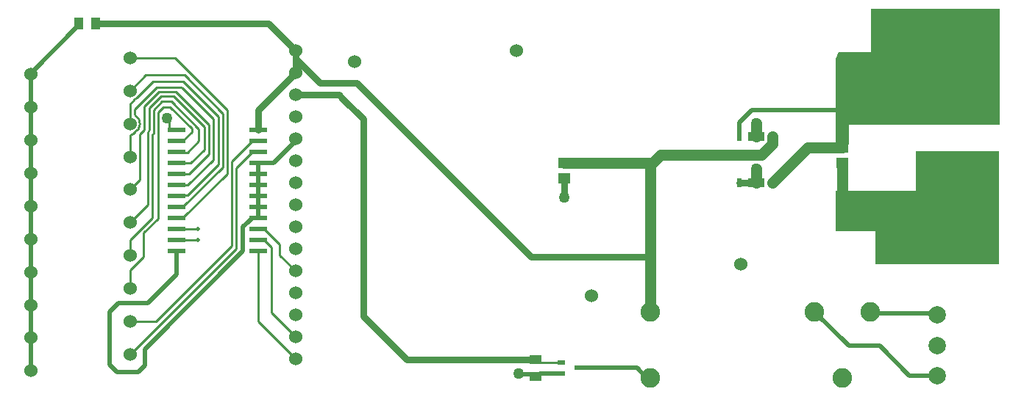
<source format=gtl>
G04*
G04 #@! TF.GenerationSoftware,Altium Limited,Altium Designer,21.7.2 (23)*
G04*
G04 Layer_Physical_Order=1*
G04 Layer_Color=255*
%FSLAX25Y25*%
%MOIN*%
G70*
G04*
G04 #@! TF.SameCoordinates,2DF3D4ED-E0DB-4B01-A8BF-79668011FF23*
G04*
G04*
G04 #@! TF.FilePolarity,Positive*
G04*
G01*
G75*
%ADD13C,0.01000*%
%ADD15R,0.02362X0.04134*%
%ADD16R,0.07362X0.04134*%
%ADD17R,0.05709X0.04528*%
%ADD18R,0.03937X0.05709*%
%ADD19R,0.03347X0.01968*%
%ADD20R,0.05709X0.03937*%
%ADD24R,0.07874X0.02362*%
%ADD37C,0.01000*%
%ADD38C,0.05000*%
%ADD39C,0.02000*%
%ADD40C,0.03000*%
%ADD41C,0.06000*%
%ADD42R,0.07087X0.07087*%
%ADD43C,0.07087*%
%ADD44C,0.07874*%
%ADD45C,0.08858*%
%ADD46C,0.05000*%
%ADD47C,0.02000*%
G36*
X447000Y64000D02*
X391000D01*
Y79000D01*
X373000D01*
X373000Y97500D01*
X409500D01*
Y115500D01*
X447000D01*
Y64000D01*
D02*
G37*
G36*
X447538Y179538D02*
X447500Y179500D01*
Y127500D01*
X379000D01*
Y118500D01*
X373000D01*
Y157500D01*
X374500Y160500D01*
X389000D01*
Y180000D01*
X447347D01*
X447538Y179538D01*
D02*
G37*
D13*
X55336Y123809D02*
G03*
X55752Y131687I-1954J4053D01*
G01*
X55212Y138712D02*
G03*
X56564Y139641I-1830J4111D01*
G01*
X74496Y80000D02*
X84000D01*
X74496Y75000D02*
X84000D01*
X53382Y23138D02*
X101500Y71256D01*
Y107752D01*
X65098Y38098D02*
X99500Y72500D01*
Y110752D01*
X53594Y38098D02*
X65098D01*
X71740Y125000D02*
X74496D01*
X71059Y125681D02*
X71740Y125000D01*
X71059Y125681D02*
Y128359D01*
X70000Y129418D02*
X71059Y128359D01*
X70000Y129418D02*
Y130500D01*
X111504Y80000D02*
X114260D01*
X121242Y73018D01*
Y68258D02*
Y73018D01*
Y68258D02*
X128500Y61000D01*
X111504Y75000D02*
X114260D01*
X117500Y71760D01*
Y42000D02*
X128500Y31000D01*
X117500Y42000D02*
Y71760D01*
X111504Y37996D02*
Y70000D01*
Y37996D02*
X128500Y21000D01*
X71586Y135586D02*
X81422Y125750D01*
X74496Y120000D02*
X77252D01*
X81422Y124170D01*
Y125750D01*
X66000Y133000D02*
X68586Y135586D01*
X71586D01*
X66000Y84917D02*
Y133000D01*
X59500Y78417D02*
X66000Y84917D01*
X59500Y67515D02*
Y78417D01*
X53382Y53059D02*
Y61397D01*
X59500Y67515D01*
X72000Y138000D02*
X84500Y125500D01*
X64000Y134172D02*
X67828Y138000D01*
X72000D01*
X64000Y123500D02*
Y134172D01*
X63500Y85245D02*
Y123000D01*
X64000Y123500D01*
X61882Y124882D02*
X62000Y125000D01*
X55328Y123805D02*
X55336Y123809D01*
X57882Y123172D02*
X57884D01*
X55382Y132058D02*
X55752Y131687D01*
X61500Y123960D02*
X61882Y124341D01*
X62000Y125000D02*
Y135000D01*
X59882Y125170D02*
Y135882D01*
X62000Y135000D02*
X67445Y140445D01*
X55382Y132058D02*
Y134382D01*
X57882Y102441D02*
Y123172D01*
X57884D02*
X59882Y125170D01*
X61882Y124341D02*
Y124882D01*
X59882Y135882D02*
X66445Y142445D01*
X55752Y131687D02*
X55752Y131687D01*
X61500Y91098D02*
Y123960D01*
X73000Y140445D02*
X78623Y134823D01*
X78677D01*
X67445Y140445D02*
X73000D01*
X65446Y144446D02*
X76555D01*
X77000Y144000D01*
X66445Y142445D02*
X74054D01*
X55382Y134382D02*
X65446Y144446D01*
X53382Y122868D02*
X55328Y123805D01*
X77000Y144000D02*
X91000Y130000D01*
X74760Y141740D02*
X89000Y127500D01*
X74054Y142445D02*
X74760Y141740D01*
X56564Y139641D02*
X63923Y147000D01*
X77500D02*
X93500Y131000D01*
X63923Y147000D02*
X77500D01*
X53382Y112902D02*
Y122868D01*
Y82980D02*
X61500Y91098D01*
X53382Y75127D02*
X63500Y85245D01*
X91000Y111500D02*
Y130000D01*
X79500Y100000D02*
X91000Y111500D01*
X78000Y150000D02*
X95500Y132500D01*
X60559Y150000D02*
X78000D01*
X53382Y142823D02*
X60559Y150000D01*
X53382Y136882D02*
X55212Y138712D01*
X53382Y127862D02*
Y136882D01*
X79347Y114847D02*
X84500Y120000D01*
Y125500D01*
X74649Y114847D02*
X79347D01*
X74496Y115000D02*
X74649Y114847D01*
X80828Y110000D02*
X87000Y116172D01*
Y126500D01*
X74496Y110000D02*
X80828D01*
X80000Y105000D02*
X89000Y114000D01*
Y127500D01*
X74496Y105000D02*
X80000D01*
X78677Y134823D02*
X87000Y126500D01*
X95500Y108248D02*
Y132500D01*
X77252Y85000D02*
X97500Y105248D01*
X73716Y157783D02*
X97500Y134000D01*
Y105248D02*
Y134000D01*
X79347Y95385D02*
X93500Y109538D01*
Y131000D01*
X77252Y90000D02*
X95500Y108248D01*
X53382Y68020D02*
Y75127D01*
Y97941D02*
X57882Y102441D01*
X53382Y157783D02*
X73716D01*
X99500Y110752D02*
X108748Y120000D01*
X101500Y107752D02*
X108748Y115000D01*
X74496Y100000D02*
X79500D01*
X74496Y95000D02*
X74882Y95385D01*
X79347D01*
X74496Y90000D02*
X77252D01*
X74496Y85000D02*
X77252D01*
X108748Y120000D02*
X111504D01*
X108748Y115000D02*
X111504D01*
X237000Y20740D02*
X238181Y19559D01*
X248661D01*
D15*
X329500Y100937D02*
D03*
X344500D02*
D03*
X329500Y122000D02*
D03*
X344500D02*
D03*
D16*
X337000Y100937D02*
D03*
Y122000D02*
D03*
D17*
X376000Y117043D02*
D03*
Y109957D02*
D03*
X250000Y110043D02*
D03*
Y102957D02*
D03*
D18*
X30260Y173500D02*
D03*
X37740D02*
D03*
D19*
X256339Y17000D02*
D03*
X248661Y14441D02*
D03*
Y19559D02*
D03*
D20*
X237000Y20740D02*
D03*
Y13260D02*
D03*
D24*
X111504Y125000D02*
D03*
Y120000D02*
D03*
Y115000D02*
D03*
Y110000D02*
D03*
Y105000D02*
D03*
Y100000D02*
D03*
Y95000D02*
D03*
Y90000D02*
D03*
Y85000D02*
D03*
Y80000D02*
D03*
Y75000D02*
D03*
Y70000D02*
D03*
X74496D02*
D03*
Y75000D02*
D03*
Y80000D02*
D03*
Y85000D02*
D03*
Y90000D02*
D03*
Y95000D02*
D03*
Y100000D02*
D03*
Y105000D02*
D03*
Y110000D02*
D03*
Y115000D02*
D03*
Y120000D02*
D03*
Y125000D02*
D03*
D37*
X56564Y139641D02*
D03*
D38*
X376000Y95000D02*
Y109957D01*
X287957Y110043D02*
X289000Y109000D01*
X250000Y110043D02*
X287957D01*
X289000Y109000D02*
X293901Y113901D01*
X339599D01*
X344500Y118802D01*
Y122000D01*
X337000Y100937D02*
Y107500D01*
Y122000D02*
Y128000D01*
X360606Y117043D02*
X376000D01*
X344500Y100937D02*
X360606Y117043D01*
X289000Y67500D02*
Y109000D01*
Y43500D02*
Y67500D01*
X288000Y42500D02*
X289000Y43500D01*
X431500Y81000D02*
Y101000D01*
Y145000D02*
Y165000D01*
X420500Y134000D02*
X431500Y145000D01*
X376500Y134000D02*
X420500D01*
X430935Y101000D02*
X431500D01*
D39*
X335000Y134000D02*
X376500D01*
X329500Y128500D02*
X335000Y134000D01*
X329500Y122000D02*
Y128500D01*
X74496Y59496D02*
Y70000D01*
X61500Y46500D02*
X74496Y59496D01*
X48000Y46500D02*
X61500D01*
X44000Y42500D02*
X48000Y46500D01*
X44000Y18500D02*
Y42500D01*
X47500Y15000D02*
X57000D01*
X44000Y18500D02*
X47500Y15000D01*
X60000Y18000D02*
Y25500D01*
X57000Y15000D02*
X60000Y18000D01*
Y25500D02*
X104500Y70000D01*
X108748Y85000D02*
X111504D01*
X107153Y83405D02*
X108748Y85000D01*
X106962Y83405D02*
X107153D01*
X104500Y80943D02*
X106962Y83405D01*
X104500Y70000D02*
Y80943D01*
X128500Y120000D02*
Y121000D01*
X118500Y110000D02*
X128500Y120000D01*
X111504Y110000D02*
X118500D01*
X111504Y105000D02*
Y110000D01*
Y100000D02*
Y105000D01*
Y95000D02*
Y100000D01*
Y90000D02*
Y95000D01*
Y85000D02*
Y90000D01*
X229500Y14500D02*
X230000Y14000D01*
X236260D02*
X237000Y13260D01*
X230000Y14000D02*
X236260D01*
X30260Y172614D02*
Y173500D01*
X8500Y150854D02*
X30260Y172614D01*
X8500Y150303D02*
Y150854D01*
Y135343D02*
Y150303D01*
Y120382D02*
Y135343D01*
Y105421D02*
Y120382D01*
Y90461D02*
Y105421D01*
Y75500D02*
Y90461D01*
Y60539D02*
Y75500D01*
Y45579D02*
Y60539D01*
Y30618D02*
Y45579D01*
Y15657D02*
Y30618D01*
X379000Y27000D02*
X393000D01*
X406559Y13441D02*
X419000D01*
X393000Y27000D02*
X406559Y13441D01*
X363500Y42500D02*
X379000Y27000D01*
X388697Y42500D02*
X389447Y41750D01*
X418250D01*
X419000Y41000D01*
X256339Y17000D02*
X283084D01*
X287584Y12500D01*
X289090D01*
X239067Y14441D02*
X248661D01*
X237886Y13260D02*
X239067Y14441D01*
X237000Y13260D02*
X237886D01*
D40*
X329500Y100937D02*
X337000D01*
X250000Y94500D02*
Y102209D01*
X156000Y146500D02*
X235000Y67500D01*
X289000D01*
X111504Y125000D02*
Y134004D01*
X128500Y151000D01*
X139500Y146500D02*
X156000D01*
X128500Y157500D02*
X139500Y146500D01*
X128500Y157500D02*
Y161000D01*
Y151000D02*
Y157500D01*
X178760Y20740D02*
X237000D01*
X159000Y40500D02*
Y130000D01*
Y40500D02*
X178760Y20740D01*
X148000Y141000D02*
X149499Y139501D01*
X159000Y130000D01*
X128500Y141000D02*
X148000D01*
X37740Y173500D02*
X116000D01*
X128500Y161000D01*
D41*
X228500D02*
D03*
X155000Y156000D02*
D03*
X330000Y64000D02*
D03*
X128500Y161000D02*
D03*
Y151000D02*
D03*
Y141000D02*
D03*
Y21000D02*
D03*
Y31000D02*
D03*
Y41000D02*
D03*
Y51000D02*
D03*
Y61000D02*
D03*
Y71000D02*
D03*
Y81000D02*
D03*
Y91000D02*
D03*
Y101000D02*
D03*
Y111000D02*
D03*
Y121000D02*
D03*
Y131000D02*
D03*
X8500Y15657D02*
D03*
Y30618D02*
D03*
Y45579D02*
D03*
Y60539D02*
D03*
Y75500D02*
D03*
Y90461D02*
D03*
Y105421D02*
D03*
Y120382D02*
D03*
Y135343D02*
D03*
X53382Y23138D02*
D03*
X53594Y38098D02*
D03*
X53382Y53059D02*
D03*
Y68020D02*
D03*
Y82980D02*
D03*
Y97941D02*
D03*
Y112902D02*
D03*
Y127862D02*
D03*
X8500Y150303D02*
D03*
X53382Y142823D02*
D03*
Y157783D02*
D03*
X262588Y49637D02*
D03*
D42*
X431500Y145000D02*
D03*
Y81000D02*
D03*
D43*
Y165000D02*
D03*
Y101000D02*
D03*
D44*
X419000Y13441D02*
D03*
Y27220D02*
D03*
Y41000D02*
D03*
D45*
X289090Y42500D02*
D03*
X363500D02*
D03*
X388697D02*
D03*
X376098Y12500D02*
D03*
X289090D02*
D03*
D46*
X269000Y110000D02*
D03*
X337000Y128000D02*
D03*
Y107500D02*
D03*
X250000Y94500D02*
D03*
X70000Y130500D02*
D03*
X229500Y14500D02*
D03*
D47*
X84000Y75000D02*
D03*
Y80000D02*
D03*
M02*

</source>
